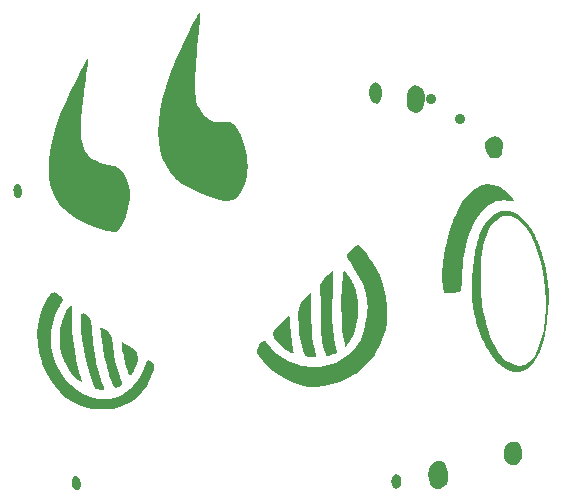
<source format=gbr>
%TF.GenerationSoftware,KiCad,Pcbnew,6.0.2+dfsg-1*%
%TF.CreationDate,2022-10-12T23:29:13+02:00*%
%TF.ProjectId,project_satan,70726f6a-6563-4745-9f73-6174616e2e6b,rev?*%
%TF.SameCoordinates,Original*%
%TF.FileFunction,Soldermask,Top*%
%TF.FilePolarity,Negative*%
%FSLAX46Y46*%
G04 Gerber Fmt 4.6, Leading zero omitted, Abs format (unit mm)*
G04 Created by KiCad (PCBNEW 6.0.2+dfsg-1) date 2022-10-12 23:29:13*
%MOMM*%
%LPD*%
G01*
G04 APERTURE LIST*
%ADD10C,0.900000*%
G04 APERTURE END LIST*
%TO.C,REF\u002A\u002A*%
G36*
X70155348Y-40762221D02*
G01*
X70146790Y-40927881D01*
X70120730Y-41192100D01*
X70077172Y-41554830D01*
X70016121Y-42016028D01*
X69967587Y-42364855D01*
X69891521Y-42907127D01*
X69828266Y-43367737D01*
X69775671Y-43764095D01*
X69731583Y-44113607D01*
X69693849Y-44433681D01*
X69660315Y-44741725D01*
X69628830Y-45055147D01*
X69608847Y-45265667D01*
X69596030Y-45459543D01*
X69586371Y-45718341D01*
X69579889Y-46021042D01*
X69576604Y-46346629D01*
X69576536Y-46674084D01*
X69579704Y-46982389D01*
X69586127Y-47250526D01*
X69595826Y-47457478D01*
X69606709Y-47569903D01*
X69715470Y-48029667D01*
X69888305Y-48438550D01*
X70118114Y-48782816D01*
X70353686Y-49014967D01*
X70526349Y-49139977D01*
X70715187Y-49248673D01*
X70934741Y-49346273D01*
X71199556Y-49437994D01*
X71524175Y-49529057D01*
X71923142Y-49624678D01*
X72255307Y-49697304D01*
X72462896Y-49745863D01*
X72607789Y-49797404D01*
X72726022Y-49870792D01*
X72853635Y-49984892D01*
X72908452Y-50039206D01*
X73241424Y-50441551D01*
X73488260Y-50893817D01*
X73648487Y-51394228D01*
X73721634Y-51941013D01*
X73707228Y-52532398D01*
X73662632Y-52871135D01*
X73582973Y-53256877D01*
X73473500Y-53655514D01*
X73341810Y-54047676D01*
X73195500Y-54413993D01*
X73042167Y-54735093D01*
X72889407Y-54991608D01*
X72774630Y-55135334D01*
X72651190Y-55252074D01*
X72548035Y-55310027D01*
X72422685Y-55328409D01*
X72346782Y-55328880D01*
X72204132Y-55314054D01*
X71994740Y-55275955D01*
X71747536Y-55220474D01*
X71508058Y-55158157D01*
X70652589Y-54886938D01*
X69887942Y-54575830D01*
X69212822Y-54223930D01*
X68625931Y-53830336D01*
X68125974Y-53394144D01*
X67711654Y-52914453D01*
X67381675Y-52390360D01*
X67301774Y-52230366D01*
X67099061Y-51739041D01*
X66955417Y-51239631D01*
X66865998Y-50708023D01*
X66825959Y-50120108D01*
X66822713Y-49846006D01*
X66844039Y-49260870D01*
X66906578Y-48658523D01*
X67012398Y-48032925D01*
X67163568Y-47378039D01*
X67362156Y-46687826D01*
X67610230Y-45956247D01*
X67909859Y-45177265D01*
X68263112Y-44344841D01*
X68672057Y-43452936D01*
X69138762Y-42495513D01*
X69665296Y-41466533D01*
X69745802Y-41312804D01*
X69904259Y-41020385D01*
X70024094Y-40820203D01*
X70105276Y-40712310D01*
X70146398Y-40695164D01*
X70155348Y-40762221D01*
G37*
G36*
X79638805Y-36699812D02*
G01*
X79657176Y-36719795D01*
X79669128Y-36763922D01*
X79674196Y-36841046D01*
X79671919Y-36960021D01*
X79661833Y-37129701D01*
X79643476Y-37358941D01*
X79616384Y-37656594D01*
X79580095Y-38031514D01*
X79534146Y-38492555D01*
X79505783Y-38774211D01*
X79465601Y-39178974D01*
X79423601Y-39613414D01*
X79382666Y-40046915D01*
X79345679Y-40448864D01*
X79315523Y-40788647D01*
X79309983Y-40853304D01*
X79284768Y-41205670D01*
X79264731Y-41598072D01*
X79249968Y-42014129D01*
X79240577Y-42437462D01*
X79236653Y-42851689D01*
X79238292Y-43240430D01*
X79245591Y-43587304D01*
X79258647Y-43875930D01*
X79277555Y-44089929D01*
X79290482Y-44169871D01*
X79414324Y-44557486D01*
X79612389Y-44939107D01*
X79868240Y-45293257D01*
X80165443Y-45598460D01*
X80487559Y-45833240D01*
X80614827Y-45900346D01*
X80799312Y-45977586D01*
X80964305Y-46018427D01*
X81156822Y-46032078D01*
X81284227Y-46031474D01*
X81504454Y-46022890D01*
X81717554Y-46007238D01*
X81873324Y-45988485D01*
X82091222Y-45980253D01*
X82283491Y-46042041D01*
X82472261Y-46183632D01*
X82586965Y-46304012D01*
X82847939Y-46658698D01*
X83086252Y-47098157D01*
X83295710Y-47608332D01*
X83470119Y-48175169D01*
X83540678Y-48468294D01*
X83610114Y-48875370D01*
X83651947Y-49321011D01*
X83666146Y-49778196D01*
X83652681Y-50219906D01*
X83611521Y-50619120D01*
X83543473Y-50945918D01*
X83428081Y-51283086D01*
X83280640Y-51616594D01*
X83112157Y-51928161D01*
X82933640Y-52199507D01*
X82756096Y-52412354D01*
X82590532Y-52548420D01*
X82572440Y-52558485D01*
X82441499Y-52600726D01*
X82244492Y-52634702D01*
X82015204Y-52657647D01*
X81787420Y-52666795D01*
X81594924Y-52659380D01*
X81509227Y-52645533D01*
X81414461Y-52621701D01*
X81254055Y-52581343D01*
X81059355Y-52532345D01*
X81018236Y-52521995D01*
X80556206Y-52383428D01*
X80035644Y-52187283D01*
X79474427Y-51940618D01*
X79159227Y-51788132D01*
X78753927Y-51580907D01*
X78424771Y-51400093D01*
X78155078Y-51234822D01*
X77928169Y-51074227D01*
X77727365Y-50907441D01*
X77555151Y-50743034D01*
X77104586Y-50221206D01*
X76736257Y-49647275D01*
X76450065Y-49020520D01*
X76245910Y-48340222D01*
X76123694Y-47605662D01*
X76083318Y-46816118D01*
X76124682Y-45970871D01*
X76247689Y-45069202D01*
X76452238Y-44110390D01*
X76578202Y-43633777D01*
X76743006Y-43075435D01*
X76927929Y-42509851D01*
X77137167Y-41926865D01*
X77374917Y-41316318D01*
X77645377Y-40668049D01*
X77952742Y-39971899D01*
X78301210Y-39217707D01*
X78694977Y-38395313D01*
X78994305Y-37784763D01*
X79188668Y-37397225D01*
X79345107Y-37098122D01*
X79465585Y-36884009D01*
X79552062Y-36751439D01*
X79606501Y-36696965D01*
X79614477Y-36695118D01*
X79638805Y-36699812D01*
G37*
G36*
X104396755Y-51315393D02*
G01*
X104545655Y-51353005D01*
X104663514Y-51390945D01*
X104729283Y-51404886D01*
X104734227Y-51402800D01*
X104773025Y-51413238D01*
X104874236Y-51463409D01*
X105015085Y-51540571D01*
X105172795Y-51631981D01*
X105324590Y-51724898D01*
X105412864Y-51782476D01*
X105549192Y-51886812D01*
X105706656Y-52025713D01*
X105869630Y-52182826D01*
X106022488Y-52341799D01*
X106149602Y-52486279D01*
X106235346Y-52599911D01*
X106264093Y-52666343D01*
X106262377Y-52671471D01*
X106178147Y-52716337D01*
X106011905Y-52721301D01*
X105773335Y-52686435D01*
X105685126Y-52667299D01*
X105399910Y-52638582D01*
X105071434Y-52664322D01*
X104735616Y-52737774D01*
X104428374Y-52852194D01*
X104284227Y-52930368D01*
X104176505Y-52989089D01*
X104101842Y-53024199D01*
X104026732Y-53075964D01*
X103906124Y-53179299D01*
X103757110Y-53317262D01*
X103596784Y-53472911D01*
X103442239Y-53629306D01*
X103310569Y-53769503D01*
X103218868Y-53876560D01*
X103184228Y-53933537D01*
X103184227Y-53933682D01*
X103157384Y-53996822D01*
X103087814Y-54112865D01*
X103012455Y-54225034D01*
X102925024Y-54358184D01*
X102871866Y-54456081D01*
X102863663Y-54492923D01*
X102850272Y-54538368D01*
X102810435Y-54579321D01*
X102746838Y-54653260D01*
X102734227Y-54689406D01*
X102715402Y-54760259D01*
X102667896Y-54884685D01*
X102641595Y-54946289D01*
X102556252Y-55143066D01*
X102490555Y-55300612D01*
X102459227Y-55381903D01*
X102433887Y-55443938D01*
X102413557Y-55490713D01*
X102373560Y-55600283D01*
X102362927Y-55641009D01*
X102333272Y-55748906D01*
X102321664Y-55782692D01*
X102296380Y-55863967D01*
X102257197Y-56001736D01*
X102214311Y-56158643D01*
X102177917Y-56297330D01*
X102158208Y-56380440D01*
X102157608Y-56383876D01*
X102144830Y-56445716D01*
X102119765Y-56559221D01*
X102086557Y-56721312D01*
X102057914Y-56880646D01*
X102034234Y-57003972D01*
X102013671Y-57077692D01*
X102011932Y-57081040D01*
X101996124Y-57143380D01*
X101974639Y-57272420D01*
X101959773Y-57380930D01*
X101937405Y-57549905D01*
X101917487Y-57687097D01*
X101909057Y-57737420D01*
X101899710Y-57820933D01*
X101887318Y-57979746D01*
X101873671Y-58189080D01*
X101863462Y-58368571D01*
X101849372Y-58628457D01*
X101832979Y-58924153D01*
X101815598Y-59232638D01*
X101798545Y-59530889D01*
X101783136Y-59795882D01*
X101770684Y-60004596D01*
X101763088Y-60125392D01*
X101707101Y-60280813D01*
X101577772Y-60390552D01*
X101423323Y-60432274D01*
X101265974Y-60445780D01*
X101079715Y-60465482D01*
X101034227Y-60470881D01*
X100864644Y-60491461D01*
X100716215Y-60509230D01*
X100683327Y-60513104D01*
X100539529Y-60508980D01*
X100450943Y-60488354D01*
X100368365Y-60450258D01*
X100309948Y-60395190D01*
X100267457Y-60303671D01*
X100232660Y-60156223D01*
X100197320Y-59933365D01*
X100187735Y-59865730D01*
X100172974Y-59695914D01*
X100163639Y-59454175D01*
X100159526Y-59166520D01*
X100160433Y-58858954D01*
X100166156Y-58557484D01*
X100176492Y-58288117D01*
X100191238Y-58076859D01*
X100202412Y-57987032D01*
X100226855Y-57824199D01*
X100252405Y-57631019D01*
X100259309Y-57573662D01*
X100280597Y-57429701D01*
X100317617Y-57217222D01*
X100365029Y-56965653D01*
X100413854Y-56721986D01*
X100474395Y-56429118D01*
X100518158Y-56218338D01*
X100548665Y-56073626D01*
X100569434Y-55978958D01*
X100583988Y-55918313D01*
X100595845Y-55875667D01*
X100608527Y-55834999D01*
X100609227Y-55832791D01*
X100645004Y-55701620D01*
X100656760Y-55648923D01*
X100687873Y-55528666D01*
X100744313Y-55340811D01*
X100817285Y-55111942D01*
X100897990Y-54868643D01*
X100977631Y-54637498D01*
X101047411Y-54445093D01*
X101093282Y-54329832D01*
X101310902Y-53841841D01*
X101504862Y-53434798D01*
X101683312Y-53094660D01*
X101854399Y-52807381D01*
X102026271Y-52558917D01*
X102207076Y-52335222D01*
X102327317Y-52202724D01*
X102601250Y-51924194D01*
X102836976Y-51714293D01*
X103053860Y-51559723D01*
X103271267Y-51447188D01*
X103508563Y-51363390D01*
X103577553Y-51344232D01*
X103841463Y-51299193D01*
X104129142Y-51289712D01*
X104396755Y-51315393D01*
G37*
G36*
X73168949Y-64707348D02*
G01*
X73174561Y-64710758D01*
X73290900Y-64779907D01*
X73454884Y-64874359D01*
X73594443Y-64953153D01*
X73910656Y-65153363D01*
X74148140Y-65354608D01*
X74298855Y-65549502D01*
X74336957Y-65635360D01*
X74374970Y-65876772D01*
X74357021Y-66172092D01*
X74288815Y-66496349D01*
X74176060Y-66824575D01*
X74024461Y-67131801D01*
X73977502Y-67208081D01*
X73860898Y-67368783D01*
X73769443Y-67441336D01*
X73690422Y-67430328D01*
X73611117Y-67340346D01*
X73611067Y-67340269D01*
X73562899Y-67246343D01*
X73499091Y-67097418D01*
X73433048Y-66928174D01*
X73378175Y-66773290D01*
X73347876Y-66667444D01*
X73345831Y-66654093D01*
X73336201Y-66593325D01*
X73315096Y-66472397D01*
X73307242Y-66428649D01*
X73280695Y-66281559D01*
X73260488Y-66169321D01*
X73257579Y-66153107D01*
X73238591Y-66066408D01*
X73203076Y-65918224D01*
X73167972Y-65777367D01*
X73115320Y-65548980D01*
X73068568Y-65308881D01*
X73030880Y-65078708D01*
X73005420Y-64880096D01*
X72995351Y-64734685D01*
X73003837Y-64664110D01*
X73004997Y-64662736D01*
X73066888Y-64661774D01*
X73168949Y-64707348D01*
G37*
G36*
X97945515Y-42919755D02*
G01*
X98118951Y-42951152D01*
X98255889Y-43021166D01*
X98384864Y-43133415D01*
X98491573Y-43243775D01*
X98559719Y-43325775D01*
X98573601Y-43353381D01*
X98586906Y-43416403D01*
X98626152Y-43524317D01*
X98667323Y-43699357D01*
X98681906Y-43935029D01*
X98670555Y-44195555D01*
X98633929Y-44445161D01*
X98607319Y-44551408D01*
X98487220Y-44816665D01*
X98340061Y-45011389D01*
X98215619Y-45131005D01*
X98111380Y-45190900D01*
X97986550Y-45210749D01*
X97924362Y-45211884D01*
X97662734Y-45167136D01*
X97529121Y-45098757D01*
X97401485Y-44983064D01*
X97280353Y-44825122D01*
X97242898Y-44760592D01*
X97186291Y-44638699D01*
X97153890Y-44523635D01*
X97141366Y-44384182D01*
X97144391Y-44189127D01*
X97149179Y-44084665D01*
X97184468Y-43727118D01*
X97254292Y-43447772D01*
X97365154Y-43228644D01*
X97522500Y-43052687D01*
X97644250Y-42957077D01*
X97750930Y-42916401D01*
X97892073Y-42915091D01*
X97945515Y-42919755D01*
G37*
G36*
X90923163Y-58852218D02*
G01*
X90925146Y-59021773D01*
X90920564Y-59261091D01*
X90910314Y-59540014D01*
X90895295Y-59828387D01*
X90892993Y-59865730D01*
X90879649Y-60126256D01*
X90867104Y-60461014D01*
X90856068Y-60844038D01*
X90847251Y-61249364D01*
X90841365Y-61651025D01*
X90840020Y-61800629D01*
X90851139Y-62680896D01*
X90897223Y-63489023D01*
X90977657Y-64218279D01*
X91091826Y-64861930D01*
X91138021Y-65059284D01*
X91183537Y-65247351D01*
X91217427Y-65399479D01*
X91233635Y-65488156D01*
X91234227Y-65496395D01*
X91190271Y-65551032D01*
X91076333Y-65618930D01*
X90919305Y-65688494D01*
X90746077Y-65748129D01*
X90583542Y-65786243D01*
X90551882Y-65790589D01*
X90416989Y-65799124D01*
X90341190Y-65770790D01*
X90285001Y-65685560D01*
X90265892Y-65645529D01*
X90181795Y-65443208D01*
X90109608Y-65218130D01*
X90048377Y-64961398D01*
X89997147Y-64664116D01*
X89954964Y-64317386D01*
X89920875Y-63912312D01*
X89893925Y-63439997D01*
X89873161Y-62891545D01*
X89857627Y-62258058D01*
X89849387Y-61761529D01*
X89820425Y-59699537D01*
X89930847Y-59520518D01*
X90012496Y-59414040D01*
X90148990Y-59262925D01*
X90320096Y-59088722D01*
X90475248Y-58940794D01*
X90909227Y-58540087D01*
X90923163Y-58852218D01*
G37*
G36*
X67411734Y-60477536D02*
G01*
X67603100Y-60570258D01*
X67789230Y-60698590D01*
X67936427Y-60841093D01*
X67984227Y-60909765D01*
X68011447Y-60966084D01*
X68020734Y-61023976D01*
X68006596Y-61099848D01*
X67963538Y-61210104D01*
X67886068Y-61371153D01*
X67768693Y-61599400D01*
X67725755Y-61681748D01*
X67399651Y-62383256D01*
X67167818Y-63062186D01*
X67029387Y-63726808D01*
X66983485Y-64385393D01*
X67029244Y-65046212D01*
X67165792Y-65717536D01*
X67265607Y-66052909D01*
X67509587Y-66651217D01*
X67837375Y-67226707D01*
X68236686Y-67765415D01*
X68695234Y-68253374D01*
X69200735Y-68676621D01*
X69740902Y-69021189D01*
X69984227Y-69143278D01*
X70360772Y-69300638D01*
X70703356Y-69403635D01*
X71052939Y-69461251D01*
X71450480Y-69482466D01*
X71534227Y-69483122D01*
X71976122Y-69464722D01*
X72357613Y-69401776D01*
X72711579Y-69285849D01*
X73070897Y-69108503D01*
X73132629Y-69072958D01*
X73406158Y-68884352D01*
X73700658Y-68633585D01*
X73989391Y-68346557D01*
X74245622Y-68049167D01*
X74382062Y-67862602D01*
X74520288Y-67640618D01*
X74659465Y-67389241D01*
X74789769Y-67129537D01*
X74901377Y-66882570D01*
X74984467Y-66669407D01*
X75029215Y-66511113D01*
X75034227Y-66464005D01*
X75059215Y-66338104D01*
X75119442Y-66223229D01*
X75192801Y-66157527D01*
X75214404Y-66153107D01*
X75309889Y-66180027D01*
X75443276Y-66245684D01*
X75573437Y-66327424D01*
X75652356Y-66394338D01*
X75732719Y-66538968D01*
X75753462Y-66733102D01*
X75714915Y-66989289D01*
X75672128Y-67149240D01*
X75433944Y-67792863D01*
X75121581Y-68376308D01*
X74739947Y-68894705D01*
X74293950Y-69343183D01*
X73788500Y-69716871D01*
X73228503Y-70010900D01*
X72618868Y-70220400D01*
X72562600Y-70234728D01*
X72305622Y-70280835D01*
X71976914Y-70313507D01*
X71603975Y-70331711D01*
X71214304Y-70334413D01*
X70835401Y-70320580D01*
X70652166Y-70306546D01*
X70031714Y-70199409D01*
X69430120Y-69998627D01*
X68853780Y-69709973D01*
X68309085Y-69339219D01*
X67802429Y-68892137D01*
X67340207Y-68374498D01*
X66928810Y-67792075D01*
X66574634Y-67150638D01*
X66284070Y-66455961D01*
X66237449Y-66321026D01*
X66016556Y-65517509D01*
X65891239Y-64718209D01*
X65861232Y-63928577D01*
X65926269Y-63154062D01*
X66086082Y-62400116D01*
X66340405Y-61672187D01*
X66479991Y-61366007D01*
X66648646Y-61035376D01*
X66791818Y-60788914D01*
X66917912Y-60616519D01*
X67035330Y-60508090D01*
X67152475Y-60453528D01*
X67248827Y-60441864D01*
X67411734Y-60477536D01*
G37*
G36*
X69214339Y-76014144D02*
G01*
X69343608Y-76119919D01*
X69446988Y-76261774D01*
X69479085Y-76336434D01*
X69542842Y-76606621D01*
X69552168Y-76837499D01*
X69509082Y-77014678D01*
X69415606Y-77123764D01*
X69365632Y-77144823D01*
X69238215Y-77169493D01*
X69138948Y-77151199D01*
X69023422Y-77087749D01*
X68892658Y-76975796D01*
X68821164Y-76828737D01*
X68803531Y-76627400D01*
X68827707Y-76393747D01*
X68870072Y-76181432D01*
X68923676Y-76052083D01*
X68999266Y-75988471D01*
X69089984Y-75973203D01*
X69214339Y-76014144D01*
G37*
G36*
X100087308Y-74716212D02*
G01*
X100209476Y-74784723D01*
X100339864Y-74914279D01*
X100490043Y-75127531D01*
X100586662Y-75377537D01*
X100637027Y-75687075D01*
X100647175Y-75872239D01*
X100642111Y-76185102D01*
X100602826Y-76425333D01*
X100523379Y-76616407D01*
X100424338Y-76752595D01*
X100195295Y-76953262D01*
X99946846Y-77059282D01*
X99686730Y-77068768D01*
X99445136Y-76991287D01*
X99236719Y-76833397D01*
X99087681Y-76594963D01*
X98998068Y-76276099D01*
X98967930Y-75876921D01*
X98967930Y-75872239D01*
X99001725Y-75514745D01*
X99097730Y-75209067D01*
X99248520Y-74964369D01*
X99446673Y-74789816D01*
X99684765Y-74694571D01*
X99930012Y-74684561D01*
X100087308Y-74716212D01*
G37*
G36*
X87210469Y-62433620D02*
G01*
X87226881Y-62567418D01*
X87234889Y-62748199D01*
X87235217Y-62786931D01*
X87243680Y-63010932D01*
X87266309Y-63310692D01*
X87300332Y-63663219D01*
X87342980Y-64045522D01*
X87391483Y-64434610D01*
X87443072Y-64807490D01*
X87494976Y-65141172D01*
X87544426Y-65412664D01*
X87560768Y-65489300D01*
X87571417Y-65557230D01*
X87555230Y-65588562D01*
X87497602Y-65580572D01*
X87383925Y-65530540D01*
X87199595Y-65435745D01*
X87159227Y-65414478D01*
X86960118Y-65288248D01*
X86728736Y-65108541D01*
X86486309Y-64895456D01*
X86254068Y-64669092D01*
X86053240Y-64449549D01*
X85905056Y-64256926D01*
X85862458Y-64186730D01*
X85809246Y-64062080D01*
X85799822Y-63947283D01*
X85841400Y-63825271D01*
X85941195Y-63678974D01*
X86106419Y-63491324D01*
X86196239Y-63396923D01*
X86392358Y-63189707D01*
X86602792Y-62961309D01*
X86791979Y-62750507D01*
X86851147Y-62682799D01*
X86985232Y-62536151D01*
X87097903Y-62428403D01*
X87172088Y-62375206D01*
X87188647Y-62373398D01*
X87210469Y-62433620D01*
G37*
G36*
X68748507Y-61538302D02*
G01*
X68767174Y-61607233D01*
X68783197Y-61769907D01*
X68796242Y-62019898D01*
X68805972Y-62350776D01*
X68812053Y-62756117D01*
X68812064Y-62757371D01*
X68816677Y-63103798D01*
X68823549Y-63429479D01*
X68832109Y-63716697D01*
X68841786Y-63947736D01*
X68852008Y-64104879D01*
X68856985Y-64149162D01*
X68875507Y-64274697D01*
X68904928Y-64477233D01*
X68942046Y-64734574D01*
X68983654Y-65024526D01*
X69012492Y-65226282D01*
X69063389Y-65581828D01*
X69103201Y-65854684D01*
X69134862Y-66061370D01*
X69161305Y-66218404D01*
X69185465Y-66342304D01*
X69210275Y-66449591D01*
X69238669Y-66556781D01*
X69266087Y-66654093D01*
X69312142Y-66819114D01*
X69347490Y-66951681D01*
X69360396Y-67004783D01*
X69382231Y-67082697D01*
X69428013Y-67230906D01*
X69490003Y-67424668D01*
X69531180Y-67550749D01*
X69594929Y-67751592D01*
X69641982Y-67913754D01*
X69666433Y-68016013D01*
X69667446Y-68040268D01*
X69620171Y-68023679D01*
X69512457Y-67962671D01*
X69366149Y-67869766D01*
X69342126Y-67853788D01*
X69001042Y-67583019D01*
X68704548Y-67252125D01*
X68438476Y-66844343D01*
X68349291Y-66679142D01*
X68253778Y-66491266D01*
X68180501Y-66341734D01*
X68138423Y-66249174D01*
X68132361Y-66228255D01*
X68122504Y-66187305D01*
X68080353Y-66082016D01*
X68038614Y-65987411D01*
X67892902Y-65571574D01*
X67798176Y-65092865D01*
X67754304Y-64574531D01*
X67761157Y-64039820D01*
X67818606Y-63511980D01*
X67926520Y-63014256D01*
X68057356Y-62633367D01*
X68107563Y-62506131D01*
X68136332Y-62420118D01*
X68138640Y-62408474D01*
X68162013Y-62348654D01*
X68220719Y-62225509D01*
X68302791Y-62063991D01*
X68315911Y-62038885D01*
X68466423Y-61773458D01*
X68590022Y-61602193D01*
X68686151Y-61525734D01*
X68748507Y-61538302D01*
G37*
G36*
X93098592Y-56425021D02*
G01*
X93224490Y-56540362D01*
X93383677Y-56717756D01*
X93567422Y-56945062D01*
X93766996Y-57210138D01*
X93973671Y-57500842D01*
X94178716Y-57805031D01*
X94373403Y-58110565D01*
X94549003Y-58405300D01*
X94696786Y-58677096D01*
X94767425Y-58821840D01*
X95048775Y-59500219D01*
X95255477Y-60165261D01*
X95393065Y-60842797D01*
X95467074Y-61558660D01*
X95484227Y-62167329D01*
X95450207Y-62913766D01*
X95344498Y-63603273D01*
X95161629Y-64254008D01*
X94896125Y-64884124D01*
X94542514Y-65511777D01*
X94418758Y-65701821D01*
X94225082Y-65959792D01*
X93971600Y-66252469D01*
X93680681Y-66557461D01*
X93374693Y-66852374D01*
X93076003Y-67114816D01*
X92806982Y-67322394D01*
X92784211Y-67338153D01*
X92171523Y-67707221D01*
X91521425Y-68006115D01*
X90849291Y-68230727D01*
X90170496Y-68376952D01*
X89500414Y-68440681D01*
X88854419Y-68417807D01*
X88776590Y-68408713D01*
X88077025Y-68270146D01*
X87392332Y-68034412D01*
X86728888Y-67704181D01*
X86103636Y-67290066D01*
X85816372Y-67060379D01*
X85528295Y-66804557D01*
X85251565Y-66535843D01*
X84998344Y-66267478D01*
X84780791Y-66012707D01*
X84611067Y-65784770D01*
X84501332Y-65596913D01*
X84469782Y-65510786D01*
X84468471Y-65352357D01*
X84516624Y-65150781D01*
X84601923Y-64941693D01*
X84712048Y-64760732D01*
X84741552Y-64724590D01*
X84895175Y-64596987D01*
X85052004Y-64548005D01*
X85191760Y-64581072D01*
X85255748Y-64637623D01*
X85488401Y-64923034D01*
X85677806Y-65145562D01*
X85840183Y-65322882D01*
X85991753Y-65472665D01*
X86148738Y-65612585D01*
X86157275Y-65619856D01*
X86671757Y-66003567D01*
X87222824Y-66307025D01*
X87828169Y-66539090D01*
X88195595Y-66640711D01*
X88511032Y-66695053D01*
X88891962Y-66725834D01*
X89306782Y-66733464D01*
X89723889Y-66718356D01*
X90111680Y-66680920D01*
X90438552Y-66621568D01*
X90479613Y-66611006D01*
X91119561Y-66392253D01*
X91694775Y-66098009D01*
X92208214Y-65726531D01*
X92568158Y-65381565D01*
X92834514Y-65074319D01*
X93055221Y-64770222D01*
X93236936Y-64452995D01*
X93386316Y-64106358D01*
X93510018Y-63714031D01*
X93614698Y-63259732D01*
X93707015Y-62727182D01*
X93737151Y-62522707D01*
X93780325Y-62207560D01*
X93808222Y-61964443D01*
X93821939Y-61766540D01*
X93822573Y-61587036D01*
X93811222Y-61399117D01*
X93791362Y-61197821D01*
X93755510Y-60924561D01*
X93707876Y-60639796D01*
X93656302Y-60388127D01*
X93631599Y-60289051D01*
X93511869Y-59932958D01*
X93337273Y-59527924D01*
X93120227Y-59099132D01*
X92873149Y-58671763D01*
X92706503Y-58412870D01*
X92494166Y-58088395D01*
X92320176Y-57804326D01*
X92190141Y-57570699D01*
X92109669Y-57397549D01*
X92084227Y-57299492D01*
X92119808Y-57222482D01*
X92214571Y-57099415D01*
X92350540Y-56947979D01*
X92509743Y-56785860D01*
X92674205Y-56630745D01*
X92825953Y-56500319D01*
X92947013Y-56412270D01*
X93014709Y-56383876D01*
X93098592Y-56425021D01*
G37*
G36*
X64241955Y-51286271D02*
G01*
X64386843Y-51377329D01*
X64483889Y-51551921D01*
X64530380Y-51806446D01*
X64534227Y-51922611D01*
X64525548Y-52115460D01*
X64494428Y-52239964D01*
X64434227Y-52325888D01*
X64288875Y-52413307D01*
X64133764Y-52404422D01*
X63983533Y-52300096D01*
X63982709Y-52299220D01*
X63897423Y-52157572D01*
X63849545Y-51972561D01*
X63837349Y-51769518D01*
X63859112Y-51573774D01*
X63913109Y-51410659D01*
X63997615Y-51305505D01*
X64051937Y-51282349D01*
X64241955Y-51286271D01*
G37*
G36*
X94626374Y-42682510D02*
G01*
X94688301Y-42720651D01*
X94843125Y-42856581D01*
X94945182Y-43030103D01*
X95004262Y-43263086D01*
X95025307Y-43473586D01*
X95017116Y-43771979D01*
X94960235Y-44028767D01*
X94863207Y-44233950D01*
X94734577Y-44377527D01*
X94582885Y-44449497D01*
X94416675Y-44439858D01*
X94269017Y-44358973D01*
X94113585Y-44179192D01*
X94006654Y-43939350D01*
X93949725Y-43665029D01*
X93944300Y-43381813D01*
X93991881Y-43115284D01*
X94093971Y-42891026D01*
X94177027Y-42792013D01*
X94336803Y-42670152D01*
X94478136Y-42634830D01*
X94626374Y-42682510D01*
G37*
G36*
X91957341Y-58729280D02*
G01*
X92082911Y-58860614D01*
X92221854Y-59040425D01*
X92363118Y-59255308D01*
X92495651Y-59491859D01*
X92532102Y-59565138D01*
X92662876Y-59847429D01*
X92759703Y-60079816D01*
X92818020Y-60250275D01*
X92833259Y-60346783D01*
X92831608Y-60353966D01*
X92844168Y-60404370D01*
X92879970Y-60505796D01*
X92927156Y-60651282D01*
X92963768Y-60821065D01*
X92995592Y-61045231D01*
X93012176Y-61193343D01*
X93035231Y-61425585D01*
X93049540Y-61621668D01*
X93054431Y-61803746D01*
X93049231Y-61993975D01*
X93033267Y-62214507D01*
X93005866Y-62487498D01*
X92966355Y-62835101D01*
X92960897Y-62881780D01*
X92884218Y-63258480D01*
X92743906Y-63673450D01*
X92552090Y-64099564D01*
X92320900Y-64509694D01*
X92077341Y-64857902D01*
X91945455Y-65025888D01*
X91892560Y-64825493D01*
X91810586Y-64457344D01*
X91740400Y-64031279D01*
X91688127Y-63589418D01*
X91663052Y-63247387D01*
X91637943Y-62725407D01*
X91618581Y-62286980D01*
X91604945Y-61915626D01*
X91597010Y-61594867D01*
X91594753Y-61308225D01*
X91598151Y-61039221D01*
X91607180Y-60771378D01*
X91621818Y-60488215D01*
X91642040Y-60173256D01*
X91658369Y-59940878D01*
X91684475Y-59599174D01*
X91711125Y-59290176D01*
X91736845Y-59028101D01*
X91760162Y-58827169D01*
X91779602Y-58701598D01*
X91790525Y-58665660D01*
X91856195Y-58659827D01*
X91957341Y-58729280D01*
G37*
G36*
X106431734Y-73101235D02*
G01*
X106536219Y-73142896D01*
X106693601Y-73276854D01*
X106813915Y-73483342D01*
X106891313Y-73739703D01*
X106919949Y-74023279D01*
X106893975Y-74311412D01*
X106866738Y-74423715D01*
X106745892Y-74705855D01*
X106576411Y-74910884D01*
X106368076Y-75033223D01*
X106130664Y-75067288D01*
X105873955Y-75007498D01*
X105856748Y-75000192D01*
X105643771Y-74856557D01*
X105486446Y-74648697D01*
X105385945Y-74396409D01*
X105343440Y-74119489D01*
X105360102Y-73837735D01*
X105437105Y-73570943D01*
X105575619Y-73338911D01*
X105748967Y-73179438D01*
X105952564Y-73093400D01*
X106194668Y-73066659D01*
X106431734Y-73101235D01*
G37*
G36*
X71367185Y-63429537D02*
G01*
X71541269Y-63512861D01*
X71720311Y-63629298D01*
X71847048Y-63736252D01*
X71946536Y-63842483D01*
X72029235Y-63956523D01*
X72098346Y-64090518D01*
X72157073Y-64256612D01*
X72208619Y-64466950D01*
X72256185Y-64733677D01*
X72302975Y-65068937D01*
X72352191Y-65484876D01*
X72383328Y-65769906D01*
X72440282Y-66121519D01*
X72543946Y-66543827D01*
X72695632Y-67041366D01*
X72896650Y-67618678D01*
X72989367Y-67868195D01*
X73050418Y-68055908D01*
X73054867Y-68183800D01*
X72991680Y-68280089D01*
X72849826Y-68372994D01*
X72777063Y-68411206D01*
X72609271Y-68485344D01*
X72494626Y-68497860D01*
X72405441Y-68446120D01*
X72343097Y-68369927D01*
X72270796Y-68245407D01*
X72181801Y-68061111D01*
X72091244Y-67852251D01*
X72014257Y-67654039D01*
X71965972Y-67501687D01*
X71961526Y-67482001D01*
X71935273Y-67375732D01*
X71891550Y-67219106D01*
X71865190Y-67130030D01*
X71816855Y-66958788D01*
X71779899Y-66807614D01*
X71769521Y-66754290D01*
X71743113Y-66626133D01*
X71722148Y-66553896D01*
X71605447Y-66174782D01*
X71497111Y-65700913D01*
X71398090Y-65137453D01*
X71309338Y-64489568D01*
X71260013Y-64048965D01*
X71237932Y-63851414D01*
X71214049Y-63660960D01*
X71203473Y-63585552D01*
X71196581Y-63448806D01*
X71228196Y-63397865D01*
X71231438Y-63397683D01*
X71367185Y-63429537D01*
G37*
G36*
X69868143Y-62241588D02*
G01*
X70041420Y-62346912D01*
X70110864Y-62403871D01*
X70217652Y-62503265D01*
X70300319Y-62599984D01*
X70362825Y-62708985D01*
X70409132Y-62845229D01*
X70443200Y-63023674D01*
X70468992Y-63259279D01*
X70490468Y-63567004D01*
X70508805Y-63906631D01*
X70537089Y-64332041D01*
X70580277Y-64761451D01*
X70641521Y-65218783D01*
X70723974Y-65727963D01*
X70814758Y-66228255D01*
X70853462Y-66397754D01*
X70916394Y-66632901D01*
X70997265Y-66913684D01*
X71089786Y-67220096D01*
X71187666Y-67532124D01*
X71284618Y-67829760D01*
X71374352Y-68092993D01*
X71450579Y-68301813D01*
X71507010Y-68436211D01*
X71511556Y-68445241D01*
X71550836Y-68560739D01*
X71549921Y-68639222D01*
X71483749Y-68685620D01*
X71351879Y-68702955D01*
X71184455Y-68690753D01*
X71011622Y-68648541D01*
X71009227Y-68647706D01*
X70867476Y-68583033D01*
X70753978Y-68489438D01*
X70656686Y-68349606D01*
X70563553Y-68146221D01*
X70462530Y-67861968D01*
X70462520Y-67861936D01*
X70221406Y-67060580D01*
X70003163Y-66195616D01*
X69815763Y-65302517D01*
X69667181Y-64416755D01*
X69633530Y-64174211D01*
X69597775Y-63854398D01*
X69571985Y-63522991D01*
X69556295Y-63196835D01*
X69550840Y-62892778D01*
X69555756Y-62627665D01*
X69571176Y-62418343D01*
X69597236Y-62281658D01*
X69618066Y-62241491D01*
X69721309Y-62204565D01*
X69868143Y-62241588D01*
G37*
G36*
X104846259Y-47267875D02*
G01*
X105052769Y-47395904D01*
X105205137Y-47591921D01*
X105214877Y-47611554D01*
X105258882Y-47773747D01*
X105277744Y-47997460D01*
X105272829Y-48247600D01*
X105245504Y-48489075D01*
X105197137Y-48686792D01*
X105170575Y-48748921D01*
X105016902Y-48946117D01*
X104813557Y-49063632D01*
X104578193Y-49095876D01*
X104328460Y-49037258D01*
X104300033Y-49024634D01*
X104085625Y-48874479D01*
X103926822Y-48663163D01*
X103825769Y-48411441D01*
X103784613Y-48140068D01*
X103805501Y-47869800D01*
X103890578Y-47621393D01*
X104041990Y-47415602D01*
X104126506Y-47346436D01*
X104360664Y-47237669D01*
X104608069Y-47213306D01*
X104846259Y-47267875D01*
G37*
G36*
X102700069Y-58788610D02*
G01*
X102719497Y-58672711D01*
X102741081Y-58498369D01*
X102756994Y-58337722D01*
X102775157Y-58146394D01*
X102793632Y-57978783D01*
X102806060Y-57886834D01*
X102822841Y-57768189D01*
X102844251Y-57594646D01*
X102859177Y-57462754D01*
X102878907Y-57299508D01*
X102897063Y-57180364D01*
X102907549Y-57137112D01*
X102923250Y-57075330D01*
X102944359Y-56950508D01*
X102953663Y-56884862D01*
X102983861Y-56702622D01*
X103021218Y-56531245D01*
X103030540Y-56496598D01*
X103057079Y-56387699D01*
X103060755Y-56334751D01*
X103059045Y-56333777D01*
X103060958Y-56290738D01*
X103093243Y-56175056D01*
X103148555Y-56006887D01*
X103219547Y-55806384D01*
X103298876Y-55593702D01*
X103379194Y-55388995D01*
X103453156Y-55212418D01*
X103513417Y-55084125D01*
X103516909Y-55077517D01*
X103797162Y-54619255D01*
X104108465Y-54230399D01*
X104442656Y-53918441D01*
X104791572Y-53690878D01*
X105147050Y-53555205D01*
X105184227Y-53546638D01*
X105518572Y-53506001D01*
X105824970Y-53529116D01*
X105947422Y-53561083D01*
X106076360Y-53603589D01*
X106162063Y-53630128D01*
X106172422Y-53632854D01*
X106341651Y-53697158D01*
X106540982Y-53823102D01*
X106779267Y-54017238D01*
X107065357Y-54286120D01*
X107096727Y-54317163D01*
X107254208Y-54478675D01*
X107380892Y-54618218D01*
X107462027Y-54718921D01*
X107484227Y-54760349D01*
X107518998Y-54839089D01*
X107555953Y-54878195D01*
X107628155Y-54967339D01*
X107728575Y-55130807D01*
X107848077Y-55349980D01*
X107977523Y-55606239D01*
X108107777Y-55880963D01*
X108229703Y-56155534D01*
X108334163Y-56411331D01*
X108405434Y-56609320D01*
X108458278Y-56767263D01*
X108502399Y-56892987D01*
X108518357Y-56934961D01*
X108553513Y-57032223D01*
X108561484Y-57060207D01*
X108579679Y-57127366D01*
X108618761Y-57267370D01*
X108672147Y-57456722D01*
X108708873Y-57586243D01*
X108769599Y-57805034D01*
X108821042Y-57999709D01*
X108855843Y-58141970D01*
X108865193Y-58187426D01*
X108892547Y-58332950D01*
X108919929Y-58462969D01*
X108945250Y-58576504D01*
X108958850Y-58638314D01*
X108969270Y-58698596D01*
X108989607Y-58822491D01*
X109001054Y-58893431D01*
X109028138Y-59062119D01*
X109051608Y-59208269D01*
X109057367Y-59244121D01*
X109101273Y-59555601D01*
X109130590Y-59865025D01*
X109147372Y-60203731D01*
X109153669Y-60603055D01*
X109153845Y-60717406D01*
X109146643Y-61230913D01*
X109126771Y-61737882D01*
X109095751Y-62214677D01*
X109055105Y-62637666D01*
X109008782Y-62969199D01*
X108982970Y-63133709D01*
X108963933Y-63278639D01*
X108962228Y-63294840D01*
X108943001Y-63435517D01*
X108914388Y-63596045D01*
X108913977Y-63598077D01*
X108885890Y-63738152D01*
X108865420Y-63842908D01*
X108864353Y-63848570D01*
X108845018Y-63947359D01*
X108816905Y-64086595D01*
X108814353Y-64099063D01*
X108785885Y-64239116D01*
X108764981Y-64343872D01*
X108763876Y-64349556D01*
X108733826Y-64467741D01*
X108723575Y-64499852D01*
X108697317Y-64581921D01*
X108651355Y-64730455D01*
X108594797Y-64915969D01*
X108584277Y-64950740D01*
X108397593Y-65472451D01*
X108171900Y-65939912D01*
X107913911Y-66344121D01*
X107630336Y-66676076D01*
X107327885Y-66926776D01*
X107013271Y-67087219D01*
X106984227Y-67097041D01*
X106852709Y-67130723D01*
X106692822Y-67159951D01*
X106537533Y-67180257D01*
X106419810Y-67187174D01*
X106374380Y-67179672D01*
X106319882Y-67163364D01*
X106205803Y-67141712D01*
X106184227Y-67138258D01*
X105906400Y-67080739D01*
X105725785Y-67010154D01*
X105691394Y-66986979D01*
X105547809Y-66890380D01*
X105364651Y-66788579D01*
X105309227Y-66761386D01*
X105238987Y-66709860D01*
X105121484Y-66605229D01*
X104973014Y-66463980D01*
X104809877Y-66302599D01*
X104648371Y-66137574D01*
X104504793Y-65985391D01*
X104395442Y-65862537D01*
X104336617Y-65785500D01*
X104330907Y-65771744D01*
X104301099Y-65709975D01*
X104227754Y-65597587D01*
X104158590Y-65501825D01*
X104090685Y-65398346D01*
X103994962Y-65235703D01*
X103881424Y-65032832D01*
X103760070Y-64808669D01*
X103640905Y-64582152D01*
X103533928Y-64372215D01*
X103449141Y-64197796D01*
X103396547Y-64077832D01*
X103384227Y-64035695D01*
X103367043Y-63972153D01*
X103326544Y-63864356D01*
X103280372Y-63740880D01*
X103255395Y-63656788D01*
X103223982Y-63553053D01*
X103205526Y-63506492D01*
X103166029Y-63396732D01*
X103155526Y-63356196D01*
X103123994Y-63252452D01*
X103105526Y-63205900D01*
X103067483Y-63106911D01*
X103057016Y-63072041D01*
X103041366Y-63006193D01*
X103008527Y-62867407D01*
X102964301Y-62680259D01*
X102914492Y-62469323D01*
X102864905Y-62259175D01*
X102821344Y-62074390D01*
X102802633Y-61994921D01*
X102779263Y-61865484D01*
X102757018Y-61695812D01*
X102751692Y-61644231D01*
X102730515Y-61456455D01*
X102701431Y-61238676D01*
X102687194Y-61143245D01*
X102675072Y-61010467D01*
X102666248Y-60802130D01*
X102660614Y-60537966D01*
X102658063Y-60237705D01*
X102658487Y-59921078D01*
X102661778Y-59607815D01*
X102667828Y-59317649D01*
X102676529Y-59070309D01*
X102681775Y-58984095D01*
X103393103Y-58984095D01*
X103399727Y-59406011D01*
X103408750Y-59756655D01*
X103419086Y-60084582D01*
X103430056Y-60372980D01*
X103440981Y-60605034D01*
X103451182Y-60763933D01*
X103456736Y-60817604D01*
X103477584Y-60966624D01*
X103505254Y-61173113D01*
X103534135Y-61395119D01*
X103537157Y-61418787D01*
X103621111Y-61979597D01*
X103727652Y-62535217D01*
X103850962Y-63060231D01*
X103985222Y-63529221D01*
X104087907Y-63824489D01*
X104141918Y-63972475D01*
X104176868Y-64081633D01*
X104184227Y-64116255D01*
X104207344Y-64187372D01*
X104269794Y-64325687D01*
X104361227Y-64511446D01*
X104471290Y-64724890D01*
X104589631Y-64946264D01*
X104705900Y-65155812D01*
X104809745Y-65333778D01*
X104881252Y-65446550D01*
X105214247Y-65876585D01*
X105563623Y-66212004D01*
X105927395Y-66451550D01*
X106303574Y-66593966D01*
X106690173Y-66637996D01*
X106760697Y-66635377D01*
X106985887Y-66603928D01*
X107192792Y-66544606D01*
X107260697Y-66514587D01*
X107505436Y-66344548D01*
X107750565Y-66095338D01*
X107980654Y-65786721D01*
X108180276Y-65438463D01*
X108285974Y-65201233D01*
X108546579Y-64425067D01*
X108741082Y-63590339D01*
X108866408Y-62716276D01*
X108919484Y-61822105D01*
X108914843Y-61268491D01*
X108903586Y-60972636D01*
X108891439Y-60699525D01*
X108879468Y-60470189D01*
X108868741Y-60305656D01*
X108862696Y-60241470D01*
X108844155Y-60087050D01*
X108822264Y-59891319D01*
X108811547Y-59790582D01*
X108790165Y-59596632D01*
X108767992Y-59412986D01*
X108758264Y-59339694D01*
X108732652Y-59157072D01*
X108709121Y-58989004D01*
X108654731Y-58641338D01*
X108603862Y-58387821D01*
X108570909Y-58233324D01*
X108552878Y-58137327D01*
X108529242Y-58028685D01*
X108486976Y-57858227D01*
X108434697Y-57660545D01*
X108428079Y-57636341D01*
X108195098Y-56880645D01*
X107932556Y-56200174D01*
X107642877Y-55598996D01*
X107328486Y-55081178D01*
X106991807Y-54650789D01*
X106635266Y-54311897D01*
X106320158Y-54099787D01*
X106149108Y-54016453D01*
X105990785Y-53972286D01*
X105797888Y-53956069D01*
X105709227Y-53954909D01*
X105332466Y-53999001D01*
X104986994Y-54134088D01*
X104670965Y-54361639D01*
X104382534Y-54683123D01*
X104119853Y-55100009D01*
X104018457Y-55300343D01*
X103835821Y-55723194D01*
X103687542Y-56158892D01*
X103571667Y-56620410D01*
X103486240Y-57120718D01*
X103429307Y-57672788D01*
X103398913Y-58289590D01*
X103393103Y-58984095D01*
X102681775Y-58984095D01*
X102687773Y-58885526D01*
X102700069Y-58788610D01*
G37*
G36*
X96327530Y-75844132D02*
G01*
X96413431Y-75878749D01*
X96556620Y-75981407D01*
X96641123Y-76132492D01*
X96673688Y-76348575D01*
X96671339Y-76512046D01*
X96648648Y-76723060D01*
X96603776Y-76859399D01*
X96556790Y-76922201D01*
X96389596Y-77027829D01*
X96205168Y-77048687D01*
X96085212Y-77011467D01*
X95938306Y-76882917D01*
X95855674Y-76680842D01*
X95834964Y-76464159D01*
X95854383Y-76216040D01*
X95920191Y-76042209D01*
X96040972Y-75924197D01*
X96101259Y-75891006D01*
X96229035Y-75841280D01*
X96327530Y-75844132D01*
G37*
G36*
X89060765Y-61886592D02*
G01*
X89070595Y-62703444D01*
X89102781Y-63436408D01*
X89158597Y-64099542D01*
X89239316Y-64706903D01*
X89346209Y-65272548D01*
X89381147Y-65425976D01*
X89429613Y-65659390D01*
X89444013Y-65809841D01*
X89425352Y-65888204D01*
X89423978Y-65889937D01*
X89329021Y-65936367D01*
X89170409Y-65947530D01*
X88977875Y-65923981D01*
X88813773Y-65878529D01*
X88641478Y-65800448D01*
X88517987Y-65695570D01*
X88424745Y-65540626D01*
X88343193Y-65312348D01*
X88332024Y-65274496D01*
X88237398Y-64926411D01*
X88164028Y-64599209D01*
X88106163Y-64260509D01*
X88058051Y-63877928D01*
X88025388Y-63547978D01*
X87984115Y-63015355D01*
X87966709Y-62567510D01*
X87974504Y-62191600D01*
X88008837Y-61874781D01*
X88071043Y-61604212D01*
X88162458Y-61367048D01*
X88272884Y-61168294D01*
X88412675Y-60983304D01*
X88591764Y-60792230D01*
X88778787Y-60625828D01*
X88935765Y-60518326D01*
X89062304Y-60450650D01*
X89060765Y-61886592D01*
G37*
%TD*%
D10*
%TO.C,SW1*%
X99160552Y-44069315D03*
X101618008Y-45790044D03*
%TD*%
M02*

</source>
